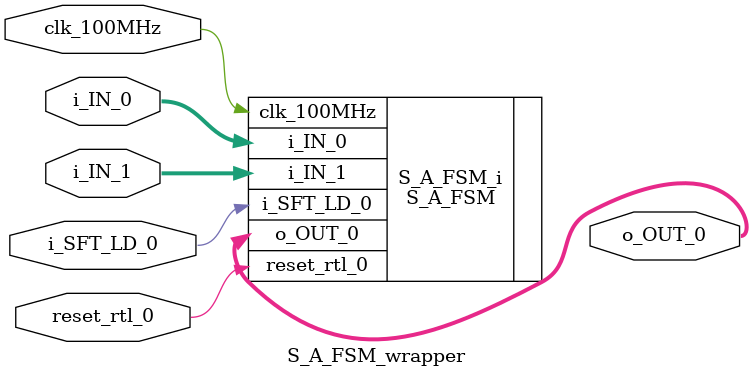
<source format=v>
`timescale 1 ps / 1 ps

module S_A_FSM_wrapper
   (clk_100MHz,
    i_IN_0,
    i_IN_1,
    i_SFT_LD_0,
    o_OUT_0,
    reset_rtl_0);
  input clk_100MHz;
  input [7:0]i_IN_0;
  input [7:0]i_IN_1;
  input i_SFT_LD_0;
  output [7:0]o_OUT_0;
  input reset_rtl_0;

  wire clk_100MHz;
  wire [7:0]i_IN_0;
  wire [7:0]i_IN_1;
  wire i_SFT_LD_0;
  wire [7:0]o_OUT_0;
  wire reset_rtl_0;

  S_A_FSM S_A_FSM_i
       (.clk_100MHz(clk_100MHz),
        .i_IN_0(i_IN_0),
        .i_IN_1(i_IN_1),
        .i_SFT_LD_0(i_SFT_LD_0),
        .o_OUT_0(o_OUT_0),
        .reset_rtl_0(reset_rtl_0));
endmodule

</source>
